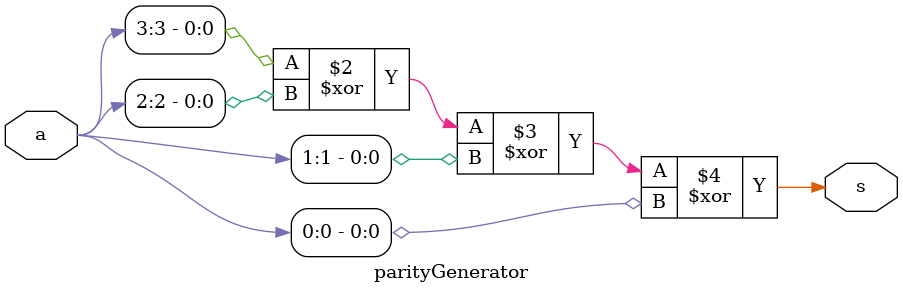
<source format=sv>
/*
    Gerador de Paridade (PAR)
*/

module parityGenerator (a, s);

    input logic [3:0] a;
    output logic s;

    always_comb begin

        s = a[3] ^ a[2] ^ a[1] ^ a[0];
        // Podemos usar o operador de redução
        // s = ^a;

    end


endmodule: parityGenerator
</source>
